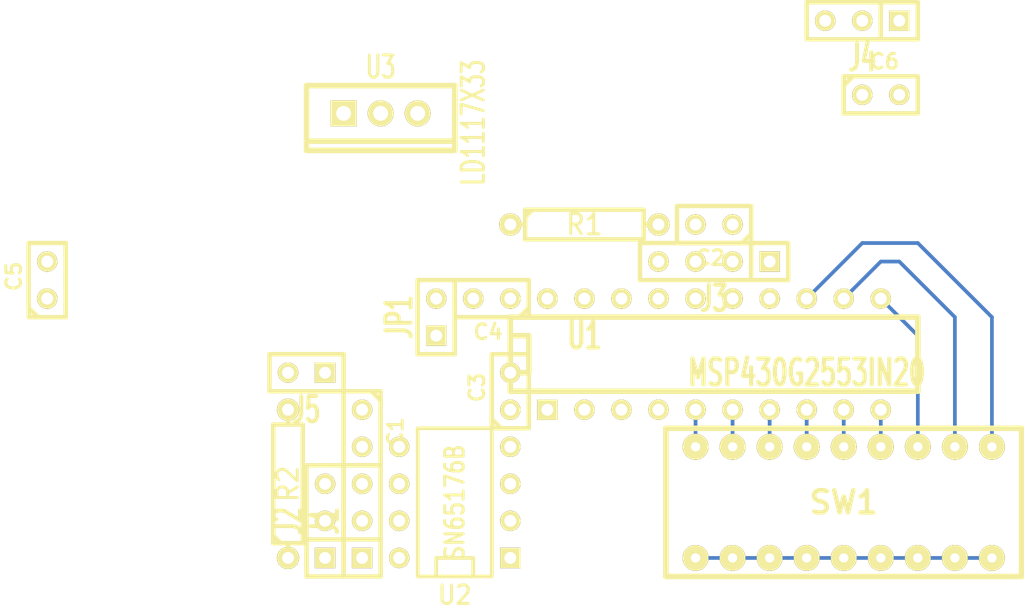
<source format=kicad_pcb>
(kicad_pcb (version 3) (host pcbnew "(2013-07-07 BZR 4022)-stable")

  (general
    (links 48)
    (no_connects 40)
    (area 0 0 0 0)
    (thickness 1.6)
    (drawings 0)
    (tracks 24)
    (zones 0)
    (modules 18)
    (nets 14)
  )

  (page A3)
  (layers
    (15 F.Cu signal)
    (0 B.Cu signal)
    (16 B.Adhes user)
    (17 F.Adhes user)
    (18 B.Paste user)
    (19 F.Paste user)
    (20 B.SilkS user)
    (21 F.SilkS user)
    (22 B.Mask user)
    (23 F.Mask user)
    (24 Dwgs.User user)
    (25 Cmts.User user)
    (26 Eco1.User user)
    (27 Eco2.User user)
    (28 Edge.Cuts user)
  )

  (setup
    (last_trace_width 0.254)
    (trace_clearance 0.254)
    (zone_clearance 0.508)
    (zone_45_only no)
    (trace_min 0.254)
    (segment_width 0.2)
    (edge_width 0.1)
    (via_size 0.889)
    (via_drill 0.635)
    (via_min_size 0.889)
    (via_min_drill 0.508)
    (uvia_size 0.508)
    (uvia_drill 0.127)
    (uvias_allowed no)
    (uvia_min_size 0.508)
    (uvia_min_drill 0.127)
    (pcb_text_width 0.3)
    (pcb_text_size 1.5 1.5)
    (mod_edge_width 0.15)
    (mod_text_size 1 1)
    (mod_text_width 0.15)
    (pad_size 1.5 1.5)
    (pad_drill 0.6)
    (pad_to_mask_clearance 0)
    (aux_axis_origin 0 0)
    (visible_elements 7FFFFFFF)
    (pcbplotparams
      (layerselection 3178497)
      (usegerberextensions true)
      (excludeedgelayer true)
      (linewidth 0.150000)
      (plotframeref false)
      (viasonmask false)
      (mode 1)
      (useauxorigin false)
      (hpglpennumber 1)
      (hpglpenspeed 20)
      (hpglpendiameter 15)
      (hpglpenoverlay 2)
      (psnegative false)
      (psa4output false)
      (plotreference true)
      (plotvalue true)
      (plotothertext true)
      (plotinvisibletext false)
      (padsonsilk false)
      (subtractmaskfromsilk false)
      (outputformat 1)
      (mirror false)
      (drillshape 1)
      (scaleselection 1)
      (outputdirectory ""))
  )

  (net 0 "")
  (net 1 +5V)
  (net 2 GND)
  (net 3 N-0000013)
  (net 4 N-0000015)
  (net 5 N-0000017)
  (net 6 N-000002)
  (net 7 N-0000027)
  (net 8 N-0000028)
  (net 9 N-0000029)
  (net 10 N-0000030)
  (net 11 N-0000032)
  (net 12 N-0000033)
  (net 13 N-0000034)

  (net_class Default "This is the default net class."
    (clearance 0.254)
    (trace_width 0.254)
    (via_dia 0.889)
    (via_drill 0.635)
    (uvia_dia 0.508)
    (uvia_drill 0.127)
    (add_net "")
    (add_net +5V)
    (add_net GND)
    (add_net N-0000013)
    (add_net N-0000015)
    (add_net N-0000017)
    (add_net N-000002)
    (add_net N-0000027)
    (add_net N-0000028)
    (add_net N-0000029)
    (add_net N-0000030)
    (add_net N-0000032)
    (add_net N-0000033)
    (add_net N-0000034)
  )

  (module TO220_VERT (layer F.Cu) (tedit 43A66C96) (tstamp 532B4E22)
    (at 184.15 83.82 270)
    (descr "Regulateur TO220 serie LM78xx")
    (tags "TR TO220")
    (path /5252077A)
    (fp_text reference U3 (at -3.175 0 360) (layer F.SilkS)
      (effects (font (size 1.524 1.016) (thickness 0.2032)))
    )
    (fp_text value LD1117X33 (at 0.635 -6.35 270) (layer F.SilkS)
      (effects (font (size 1.524 1.016) (thickness 0.2032)))
    )
    (fp_line (start 1.905 -5.08) (end 2.54 -5.08) (layer F.SilkS) (width 0.381))
    (fp_line (start 2.54 -5.08) (end 2.54 5.08) (layer F.SilkS) (width 0.381))
    (fp_line (start 2.54 5.08) (end 1.905 5.08) (layer F.SilkS) (width 0.381))
    (fp_line (start -1.905 -5.08) (end 1.905 -5.08) (layer F.SilkS) (width 0.381))
    (fp_line (start 1.905 -5.08) (end 1.905 5.08) (layer F.SilkS) (width 0.381))
    (fp_line (start 1.905 5.08) (end -1.905 5.08) (layer F.SilkS) (width 0.381))
    (fp_line (start -1.905 5.08) (end -1.905 -5.08) (layer F.SilkS) (width 0.381))
    (pad 2 thru_hole circle (at 0 -2.54 270) (size 1.778 1.778) (drill 1.016)
      (layers *.Cu *.Mask F.SilkS)
      (net 13 N-0000034)
    )
    (pad 3 thru_hole circle (at 0 0 270) (size 1.778 1.778) (drill 1.016)
      (layers *.Cu *.Mask F.SilkS)
      (net 8 N-0000028)
    )
    (pad 1 thru_hole rect (at 0 2.54 270) (size 1.778 1.778) (drill 1.016)
      (layers *.Cu *.Mask F.SilkS)
      (net 2 GND)
    )
  )

  (module SIL-4 (layer F.Cu) (tedit 200000) (tstamp 532B4E31)
    (at 207.01 93.98 180)
    (descr "Connecteur 4 pibs")
    (tags "CONN DEV")
    (path /5251B7BD)
    (fp_text reference J3 (at 0 -2.54 180) (layer F.SilkS)
      (effects (font (size 1.73482 1.08712) (thickness 0.3048)))
    )
    (fp_text value PROGRAM (at 0 -2.54 180) (layer F.SilkS) hide
      (effects (font (size 1.524 1.016) (thickness 0.3048)))
    )
    (fp_line (start -5.08 -1.27) (end -5.08 -1.27) (layer F.SilkS) (width 0.3048))
    (fp_line (start -5.08 1.27) (end -5.08 -1.27) (layer F.SilkS) (width 0.3048))
    (fp_line (start -5.08 -1.27) (end -5.08 -1.27) (layer F.SilkS) (width 0.3048))
    (fp_line (start -5.08 -1.27) (end 5.08 -1.27) (layer F.SilkS) (width 0.3048))
    (fp_line (start 5.08 -1.27) (end 5.08 1.27) (layer F.SilkS) (width 0.3048))
    (fp_line (start 5.08 1.27) (end -5.08 1.27) (layer F.SilkS) (width 0.3048))
    (fp_line (start -2.54 1.27) (end -2.54 -1.27) (layer F.SilkS) (width 0.3048))
    (pad 1 thru_hole rect (at -3.81 0 180) (size 1.397 1.397) (drill 0.8128)
      (layers *.Cu *.Mask F.SilkS)
      (net 13 N-0000034)
    )
    (pad 2 thru_hole circle (at -1.27 0 180) (size 1.397 1.397) (drill 0.8128)
      (layers *.Cu *.Mask F.SilkS)
      (net 2 GND)
    )
    (pad 3 thru_hole circle (at 1.27 0 180) (size 1.397 1.397) (drill 0.8128)
      (layers *.Cu *.Mask F.SilkS)
      (net 7 N-0000027)
    )
    (pad 4 thru_hole circle (at 3.81 0 180) (size 1.397 1.397) (drill 0.8128)
      (layers *.Cu *.Mask F.SilkS)
      (net 3 N-0000013)
    )
  )

  (module SIL-3 (layer F.Cu) (tedit 200000) (tstamp 532B4E3D)
    (at 217.17 77.47 180)
    (descr "Connecteur 3 pins")
    (tags "CONN DEV")
    (path /5251BCAC)
    (fp_text reference J4 (at 0 -2.54 180) (layer F.SilkS)
      (effects (font (size 1.7907 1.07696) (thickness 0.3048)))
    )
    (fp_text value SERVO (at 0 -2.54 180) (layer F.SilkS) hide
      (effects (font (size 1.524 1.016) (thickness 0.3048)))
    )
    (fp_line (start -3.81 1.27) (end -3.81 -1.27) (layer F.SilkS) (width 0.3048))
    (fp_line (start -3.81 -1.27) (end 3.81 -1.27) (layer F.SilkS) (width 0.3048))
    (fp_line (start 3.81 -1.27) (end 3.81 1.27) (layer F.SilkS) (width 0.3048))
    (fp_line (start 3.81 1.27) (end -3.81 1.27) (layer F.SilkS) (width 0.3048))
    (fp_line (start -1.27 -1.27) (end -1.27 1.27) (layer F.SilkS) (width 0.3048))
    (pad 1 thru_hole rect (at -2.54 0 180) (size 1.397 1.397) (drill 0.8128)
      (layers *.Cu *.Mask F.SilkS)
      (net 1 +5V)
    )
    (pad 2 thru_hole circle (at 0 0 180) (size 1.397 1.397) (drill 0.8128)
      (layers *.Cu *.Mask F.SilkS)
      (net 4 N-0000015)
    )
    (pad 3 thru_hole circle (at 2.54 0 180) (size 1.397 1.397) (drill 0.8128)
      (layers *.Cu *.Mask F.SilkS)
      (net 2 GND)
    )
  )

  (module SIL-3 (layer F.Cu) (tedit 200000) (tstamp 532B4E49)
    (at 182.88 111.76 90)
    (descr "Connecteur 3 pins")
    (tags "CONN DEV")
    (path /5251B764)
    (fp_text reference J1 (at 0 -2.54 90) (layer F.SilkS)
      (effects (font (size 1.7907 1.07696) (thickness 0.3048)))
    )
    (fp_text value RS485_TH (at 0 -2.54 90) (layer F.SilkS) hide
      (effects (font (size 1.524 1.016) (thickness 0.3048)))
    )
    (fp_line (start -3.81 1.27) (end -3.81 -1.27) (layer F.SilkS) (width 0.3048))
    (fp_line (start -3.81 -1.27) (end 3.81 -1.27) (layer F.SilkS) (width 0.3048))
    (fp_line (start 3.81 -1.27) (end 3.81 1.27) (layer F.SilkS) (width 0.3048))
    (fp_line (start 3.81 1.27) (end -3.81 1.27) (layer F.SilkS) (width 0.3048))
    (fp_line (start -1.27 -1.27) (end -1.27 1.27) (layer F.SilkS) (width 0.3048))
    (pad 1 thru_hole rect (at -2.54 0 90) (size 1.397 1.397) (drill 0.8128)
      (layers *.Cu *.Mask F.SilkS)
      (net 5 N-0000017)
    )
    (pad 2 thru_hole circle (at 0 0 90) (size 1.397 1.397) (drill 0.8128)
      (layers *.Cu *.Mask F.SilkS)
      (net 9 N-0000029)
    )
    (pad 3 thru_hole circle (at 2.54 0 90) (size 1.397 1.397) (drill 0.8128)
      (layers *.Cu *.Mask F.SilkS)
      (net 10 N-0000030)
    )
  )

  (module SIL-3 (layer F.Cu) (tedit 200000) (tstamp 532B4E55)
    (at 180.34 111.76 90)
    (descr "Connecteur 3 pins")
    (tags "CONN DEV")
    (path /5251B77D)
    (fp_text reference J2 (at 0 -2.54 90) (layer F.SilkS)
      (effects (font (size 1.7907 1.07696) (thickness 0.3048)))
    )
    (fp_text value RS485_IN (at 0 -2.54 90) (layer F.SilkS) hide
      (effects (font (size 1.524 1.016) (thickness 0.3048)))
    )
    (fp_line (start -3.81 1.27) (end -3.81 -1.27) (layer F.SilkS) (width 0.3048))
    (fp_line (start -3.81 -1.27) (end 3.81 -1.27) (layer F.SilkS) (width 0.3048))
    (fp_line (start 3.81 -1.27) (end 3.81 1.27) (layer F.SilkS) (width 0.3048))
    (fp_line (start 3.81 1.27) (end -3.81 1.27) (layer F.SilkS) (width 0.3048))
    (fp_line (start -1.27 -1.27) (end -1.27 1.27) (layer F.SilkS) (width 0.3048))
    (pad 1 thru_hole rect (at -2.54 0 90) (size 1.397 1.397) (drill 0.8128)
      (layers *.Cu *.Mask F.SilkS)
      (net 5 N-0000017)
    )
    (pad 2 thru_hole circle (at 0 0 90) (size 1.397 1.397) (drill 0.8128)
      (layers *.Cu *.Mask F.SilkS)
      (net 9 N-0000029)
    )
    (pad 3 thru_hole circle (at 2.54 0 90) (size 1.397 1.397) (drill 0.8128)
      (layers *.Cu *.Mask F.SilkS)
      (net 10 N-0000030)
    )
  )

  (module SIL-2 (layer F.Cu) (tedit 200000) (tstamp 532B4E5F)
    (at 179.07 101.6 180)
    (descr "Connecteurs 2 pins")
    (tags "CONN DEV")
    (path /5251DA24)
    (fp_text reference J5 (at 0 -2.54 180) (layer F.SilkS)
      (effects (font (size 1.72974 1.08712) (thickness 0.3048)))
    )
    (fp_text value 5VDC_IN (at 0 -2.54 180) (layer F.SilkS) hide
      (effects (font (size 1.524 1.016) (thickness 0.3048)))
    )
    (fp_line (start -2.54 1.27) (end -2.54 -1.27) (layer F.SilkS) (width 0.3048))
    (fp_line (start -2.54 -1.27) (end 2.54 -1.27) (layer F.SilkS) (width 0.3048))
    (fp_line (start 2.54 -1.27) (end 2.54 1.27) (layer F.SilkS) (width 0.3048))
    (fp_line (start 2.54 1.27) (end -2.54 1.27) (layer F.SilkS) (width 0.3048))
    (pad 1 thru_hole rect (at -1.27 0 180) (size 1.397 1.397) (drill 0.8128)
      (layers *.Cu *.Mask F.SilkS)
      (net 1 +5V)
    )
    (pad 2 thru_hole circle (at 1.27 0 180) (size 1.397 1.397) (drill 0.8128)
      (layers *.Cu *.Mask F.SilkS)
      (net 2 GND)
    )
  )

  (module SIL-2 (layer F.Cu) (tedit 200000) (tstamp 532B4E69)
    (at 187.96 97.79 90)
    (descr "Connecteurs 2 pins")
    (tags "CONN DEV")
    (path /5251B5B6)
    (fp_text reference JP1 (at 0 -2.54 90) (layer F.SilkS)
      (effects (font (size 1.72974 1.08712) (thickness 0.3048)))
    )
    (fp_text value JUMPER (at 0 -2.54 90) (layer F.SilkS) hide
      (effects (font (size 1.524 1.016) (thickness 0.3048)))
    )
    (fp_line (start -2.54 1.27) (end -2.54 -1.27) (layer F.SilkS) (width 0.3048))
    (fp_line (start -2.54 -1.27) (end 2.54 -1.27) (layer F.SilkS) (width 0.3048))
    (fp_line (start 2.54 -1.27) (end 2.54 1.27) (layer F.SilkS) (width 0.3048))
    (fp_line (start 2.54 1.27) (end -2.54 1.27) (layer F.SilkS) (width 0.3048))
    (pad 1 thru_hole rect (at -1.27 0 90) (size 1.397 1.397) (drill 0.8128)
      (layers *.Cu *.Mask F.SilkS)
      (net 1 +5V)
    )
    (pad 2 thru_hole circle (at 1.27 0 90) (size 1.397 1.397) (drill 0.8128)
      (layers *.Cu *.Mask F.SilkS)
      (net 8 N-0000028)
    )
  )

  (module R4 (layer F.Cu) (tedit 200000) (tstamp 532B4E77)
    (at 198.12 91.44)
    (descr "Resitance 4 pas")
    (tags R)
    (path /5250EBB5)
    (autoplace_cost180 10)
    (fp_text reference R1 (at 0 0) (layer F.SilkS)
      (effects (font (size 1.397 1.27) (thickness 0.2032)))
    )
    (fp_text value 47K (at 0 0) (layer F.SilkS) hide
      (effects (font (size 1.397 1.27) (thickness 0.2032)))
    )
    (fp_line (start -5.08 0) (end -4.064 0) (layer F.SilkS) (width 0.3048))
    (fp_line (start -4.064 0) (end -4.064 -1.016) (layer F.SilkS) (width 0.3048))
    (fp_line (start -4.064 -1.016) (end 4.064 -1.016) (layer F.SilkS) (width 0.3048))
    (fp_line (start 4.064 -1.016) (end 4.064 1.016) (layer F.SilkS) (width 0.3048))
    (fp_line (start 4.064 1.016) (end -4.064 1.016) (layer F.SilkS) (width 0.3048))
    (fp_line (start -4.064 1.016) (end -4.064 0) (layer F.SilkS) (width 0.3048))
    (fp_line (start -4.064 -0.508) (end -3.556 -1.016) (layer F.SilkS) (width 0.3048))
    (fp_line (start 5.08 0) (end 4.064 0) (layer F.SilkS) (width 0.3048))
    (pad 1 thru_hole circle (at -5.08 0) (size 1.524 1.524) (drill 0.8128)
      (layers *.Cu *.Mask F.SilkS)
      (net 13 N-0000034)
    )
    (pad 2 thru_hole circle (at 5.08 0) (size 1.524 1.524) (drill 0.8128)
      (layers *.Cu *.Mask F.SilkS)
      (net 7 N-0000027)
    )
    (model discret/resistor.wrl
      (at (xyz 0 0 0))
      (scale (xyz 0.4 0.4 0.4))
      (rotate (xyz 0 0 0))
    )
  )

  (module DIPS-DS09 (layer F.Cu) (tedit 481874D0) (tstamp 532B4E91)
    (at 215.9 110.49)
    (tags "dip switch")
    (path /532A2F17)
    (fp_text reference SW1 (at 0 0) (layer F.SilkS)
      (effects (font (size 1.524 1.524) (thickness 0.3048)))
    )
    (fp_text value DIPS_09 (at 0 0) (layer F.SilkS) hide
      (effects (font (size 1.524 1.524) (thickness 0.3048)))
    )
    (fp_line (start 12.192 -5.08) (end -12.192 -5.08) (layer F.SilkS) (width 0.381))
    (fp_line (start 12.192 5.08) (end -12.192 5.08) (layer F.SilkS) (width 0.381))
    (fp_line (start -12.192 -5.08) (end -12.192 5.08) (layer F.SilkS) (width 0.381))
    (fp_line (start 12.192 -5.08) (end 12.192 5.08) (layer F.SilkS) (width 0.381))
    (pad 1 thru_hole circle (at -10.16 3.81) (size 1.778 1.778) (drill 0.635)
      (layers *.Cu *.Mask F.SilkS)
      (net 2 GND)
    )
    (pad 2 thru_hole circle (at -7.62 3.81) (size 1.778 1.778) (drill 0.635)
      (layers *.Cu *.Mask F.SilkS)
      (net 2 GND)
    )
    (pad 3 thru_hole circle (at -5.08 3.81) (size 1.778 1.778) (drill 0.635)
      (layers *.Cu *.Mask F.SilkS)
      (net 2 GND)
    )
    (pad 4 thru_hole circle (at -2.54 3.81) (size 1.778 1.778) (drill 0.635)
      (layers *.Cu *.Mask F.SilkS)
      (net 2 GND)
    )
    (pad 5 thru_hole circle (at 0 3.81) (size 1.778 1.778) (drill 0.635)
      (layers *.Cu *.Mask F.SilkS)
      (net 2 GND)
    )
    (pad 6 thru_hole circle (at 2.54 3.81) (size 1.778 1.778) (drill 0.635)
      (layers *.Cu *.Mask F.SilkS)
      (net 2 GND)
    )
    (pad 7 thru_hole circle (at 5.08 3.81) (size 1.778 1.778) (drill 0.635)
      (layers *.Cu *.Mask F.SilkS)
      (net 2 GND)
    )
    (pad 8 thru_hole circle (at 7.62 3.81) (size 1.778 1.778) (drill 0.635)
      (layers *.Cu *.Mask F.SilkS)
      (net 2 GND)
    )
    (pad 9 thru_hole circle (at 10.16 3.81) (size 1.778 1.778) (drill 0.635)
      (layers *.Cu *.Mask F.SilkS)
      (net 2 GND)
    )
    (pad 10 thru_hole circle (at 10.16 -3.81) (size 1.778 1.778) (drill 0.635)
      (layers *.Cu *.Mask F.SilkS)
    )
    (pad 11 thru_hole circle (at 7.62 -3.81) (size 1.778 1.778) (drill 0.635)
      (layers *.Cu *.Mask F.SilkS)
    )
    (pad 12 thru_hole circle (at 5.08 -3.81) (size 1.778 1.778) (drill 0.635)
      (layers *.Cu *.Mask F.SilkS)
    )
    (pad 13 thru_hole circle (at 2.54 -3.81) (size 1.778 1.778) (drill 0.635)
      (layers *.Cu *.Mask F.SilkS)
    )
    (pad 14 thru_hole circle (at 0 -3.81) (size 1.778 1.778) (drill 0.635)
      (layers *.Cu *.Mask F.SilkS)
    )
    (pad 15 thru_hole circle (at -2.54 -3.81) (size 1.778 1.778) (drill 0.635)
      (layers *.Cu *.Mask F.SilkS)
    )
    (pad 16 thru_hole circle (at -5.08 -3.81) (size 1.778 1.778) (drill 0.635)
      (layers *.Cu *.Mask F.SilkS)
    )
    (pad 17 thru_hole circle (at -7.62 -3.81) (size 1.778 1.778) (drill 0.635)
      (layers *.Cu *.Mask F.SilkS)
    )
    (pad 18 thru_hole circle (at -10.16 -3.81) (size 1.778 1.778) (drill 0.635)
      (layers *.Cu *.Mask F.SilkS)
    )
    (model dips/dips-ds09.wrl
      (at (xyz 0 0 0))
      (scale (xyz 1 1 1))
      (rotate (xyz 0 0 0))
    )
  )

  (module DIP-8__300 (layer F.Cu) (tedit 43A7F843) (tstamp 532B4EA4)
    (at 189.23 110.49 90)
    (descr "8 pins DIL package, round pads")
    (tags DIL)
    (path /5251EABC)
    (fp_text reference U2 (at -6.35 0 180) (layer F.SilkS)
      (effects (font (size 1.27 1.143) (thickness 0.2032)))
    )
    (fp_text value SN65176B (at 0 0 90) (layer F.SilkS)
      (effects (font (size 1.27 1.016) (thickness 0.2032)))
    )
    (fp_line (start -5.08 -1.27) (end -3.81 -1.27) (layer F.SilkS) (width 0.254))
    (fp_line (start -3.81 -1.27) (end -3.81 1.27) (layer F.SilkS) (width 0.254))
    (fp_line (start -3.81 1.27) (end -5.08 1.27) (layer F.SilkS) (width 0.254))
    (fp_line (start -5.08 -2.54) (end 5.08 -2.54) (layer F.SilkS) (width 0.254))
    (fp_line (start 5.08 -2.54) (end 5.08 2.54) (layer F.SilkS) (width 0.254))
    (fp_line (start 5.08 2.54) (end -5.08 2.54) (layer F.SilkS) (width 0.254))
    (fp_line (start -5.08 2.54) (end -5.08 -2.54) (layer F.SilkS) (width 0.254))
    (pad 1 thru_hole rect (at -3.81 3.81 90) (size 1.397 1.397) (drill 0.8128)
      (layers *.Cu *.Mask F.SilkS)
      (net 6 N-000002)
    )
    (pad 2 thru_hole circle (at -1.27 3.81 90) (size 1.397 1.397) (drill 0.8128)
      (layers *.Cu *.Mask F.SilkS)
      (net 11 N-0000032)
    )
    (pad 3 thru_hole circle (at 1.27 3.81 90) (size 1.397 1.397) (drill 0.8128)
      (layers *.Cu *.Mask F.SilkS)
      (net 11 N-0000032)
    )
    (pad 4 thru_hole circle (at 3.81 3.81 90) (size 1.397 1.397) (drill 0.8128)
      (layers *.Cu *.Mask F.SilkS)
      (net 12 N-0000033)
    )
    (pad 5 thru_hole circle (at 3.81 -3.81 90) (size 1.397 1.397) (drill 0.8128)
      (layers *.Cu *.Mask F.SilkS)
      (net 1 +5V)
    )
    (pad 6 thru_hole circle (at 1.27 -3.81 90) (size 1.397 1.397) (drill 0.8128)
      (layers *.Cu *.Mask F.SilkS)
      (net 10 N-0000030)
    )
    (pad 7 thru_hole circle (at -1.27 -3.81 90) (size 1.397 1.397) (drill 0.8128)
      (layers *.Cu *.Mask F.SilkS)
      (net 9 N-0000029)
    )
    (pad 8 thru_hole circle (at -3.81 -3.81 90) (size 1.397 1.397) (drill 0.8128)
      (layers *.Cu *.Mask F.SilkS)
      (net 2 GND)
    )
    (model dil/dil_8.wrl
      (at (xyz 0 0 0))
      (scale (xyz 1 1 1))
      (rotate (xyz 0 0 0))
    )
  )

  (module DIP-20__300 (layer F.Cu) (tedit 200000) (tstamp 532B4EC3)
    (at 207.01 100.33)
    (descr "20 pins DIL package, round pads")
    (tags DIL)
    (path /5250E375)
    (fp_text reference U1 (at -8.89 -1.27) (layer F.SilkS)
      (effects (font (size 1.778 1.143) (thickness 0.3048)))
    )
    (fp_text value MSP430G2553IN20 (at 6.35 1.27) (layer F.SilkS)
      (effects (font (size 1.778 1.143) (thickness 0.3048)))
    )
    (fp_line (start -13.97 -1.27) (end -12.7 -1.27) (layer F.SilkS) (width 0.381))
    (fp_line (start -12.7 -1.27) (end -12.7 1.27) (layer F.SilkS) (width 0.381))
    (fp_line (start -12.7 1.27) (end -13.97 1.27) (layer F.SilkS) (width 0.381))
    (fp_line (start -13.97 -2.54) (end 13.97 -2.54) (layer F.SilkS) (width 0.381))
    (fp_line (start 13.97 -2.54) (end 13.97 2.54) (layer F.SilkS) (width 0.381))
    (fp_line (start 13.97 2.54) (end -13.97 2.54) (layer F.SilkS) (width 0.381))
    (fp_line (start -13.97 2.54) (end -13.97 -2.54) (layer F.SilkS) (width 0.381))
    (pad 1 thru_hole rect (at -11.43 3.81) (size 1.397 1.397) (drill 0.8128)
      (layers *.Cu *.Mask F.SilkS)
      (net 13 N-0000034)
    )
    (pad 2 thru_hole circle (at -8.89 3.81) (size 1.397 1.397) (drill 0.8128)
      (layers *.Cu *.Mask F.SilkS)
      (net 11 N-0000032)
    )
    (pad 3 thru_hole circle (at -6.35 3.81) (size 1.397 1.397) (drill 0.8128)
      (layers *.Cu *.Mask F.SilkS)
      (net 6 N-000002)
    )
    (pad 4 thru_hole circle (at -3.81 3.81) (size 1.397 1.397) (drill 0.8128)
      (layers *.Cu *.Mask F.SilkS)
      (net 12 N-0000033)
    )
    (pad 5 thru_hole circle (at -1.27 3.81) (size 1.397 1.397) (drill 0.8128)
      (layers *.Cu *.Mask F.SilkS)
    )
    (pad 6 thru_hole circle (at 1.27 3.81) (size 1.397 1.397) (drill 0.8128)
      (layers *.Cu *.Mask F.SilkS)
    )
    (pad 7 thru_hole circle (at 3.81 3.81) (size 1.397 1.397) (drill 0.8128)
      (layers *.Cu *.Mask F.SilkS)
    )
    (pad 8 thru_hole circle (at 6.35 3.81) (size 1.397 1.397) (drill 0.8128)
      (layers *.Cu *.Mask F.SilkS)
    )
    (pad 9 thru_hole circle (at 8.89 3.81) (size 1.397 1.397) (drill 0.8128)
      (layers *.Cu *.Mask F.SilkS)
    )
    (pad 10 thru_hole circle (at 11.43 3.81) (size 1.397 1.397) (drill 0.8128)
      (layers *.Cu *.Mask F.SilkS)
    )
    (pad 11 thru_hole circle (at 11.43 -3.81) (size 1.397 1.397) (drill 0.8128)
      (layers *.Cu *.Mask F.SilkS)
    )
    (pad 12 thru_hole circle (at 8.89 -3.81) (size 1.397 1.397) (drill 0.8128)
      (layers *.Cu *.Mask F.SilkS)
    )
    (pad 13 thru_hole circle (at 6.35 -3.81) (size 1.397 1.397) (drill 0.8128)
      (layers *.Cu *.Mask F.SilkS)
    )
    (pad 14 thru_hole circle (at 3.81 -3.81) (size 1.397 1.397) (drill 0.8128)
      (layers *.Cu *.Mask F.SilkS)
    )
    (pad 15 thru_hole circle (at 1.27 -3.81) (size 1.397 1.397) (drill 0.8128)
      (layers *.Cu *.Mask F.SilkS)
    )
    (pad 16 thru_hole circle (at -1.27 -3.81) (size 1.397 1.397) (drill 0.8128)
      (layers *.Cu *.Mask F.SilkS)
      (net 7 N-0000027)
    )
    (pad 17 thru_hole circle (at -3.81 -3.81) (size 1.397 1.397) (drill 0.8128)
      (layers *.Cu *.Mask F.SilkS)
      (net 3 N-0000013)
    )
    (pad 18 thru_hole circle (at -6.35 -3.81) (size 1.397 1.397) (drill 0.8128)
      (layers *.Cu *.Mask F.SilkS)
    )
    (pad 19 thru_hole circle (at -8.89 -3.81) (size 1.397 1.397) (drill 0.8128)
      (layers *.Cu *.Mask F.SilkS)
      (net 4 N-0000015)
    )
    (pad 20 thru_hole circle (at -11.43 -3.81) (size 1.397 1.397) (drill 0.8128)
      (layers *.Cu *.Mask F.SilkS)
      (net 2 GND)
    )
    (model dil/dil_20.wrl
      (at (xyz 0 0 0))
      (scale (xyz 1 1 1))
      (rotate (xyz 0 0 0))
    )
  )

  (module C1 (layer F.Cu) (tedit 3F92C496) (tstamp 532B4ECE)
    (at 161.29 95.25 90)
    (descr "Condensateur e = 1 pas")
    (tags C)
    (path /5251B617)
    (fp_text reference C5 (at 0.254 -2.286 90) (layer F.SilkS)
      (effects (font (size 1.016 1.016) (thickness 0.2032)))
    )
    (fp_text value 0.1uF (at 0 -2.286 90) (layer F.SilkS) hide
      (effects (font (size 1.016 1.016) (thickness 0.2032)))
    )
    (fp_line (start -2.4892 -1.27) (end 2.54 -1.27) (layer F.SilkS) (width 0.3048))
    (fp_line (start 2.54 -1.27) (end 2.54 1.27) (layer F.SilkS) (width 0.3048))
    (fp_line (start 2.54 1.27) (end -2.54 1.27) (layer F.SilkS) (width 0.3048))
    (fp_line (start -2.54 1.27) (end -2.54 -1.27) (layer F.SilkS) (width 0.3048))
    (fp_line (start -2.54 -0.635) (end -1.905 -1.27) (layer F.SilkS) (width 0.3048))
    (pad 1 thru_hole circle (at -1.27 0 90) (size 1.397 1.397) (drill 0.8128)
      (layers *.Cu *.Mask F.SilkS)
      (net 2 GND)
    )
    (pad 2 thru_hole circle (at 1.27 0 90) (size 1.397 1.397) (drill 0.8128)
      (layers *.Cu *.Mask F.SilkS)
      (net 8 N-0000028)
    )
    (model discret/capa_1_pas.wrl
      (at (xyz 0 0 0))
      (scale (xyz 1 1 1))
      (rotate (xyz 0 0 0))
    )
  )

  (module C1 (layer F.Cu) (tedit 3F92C496) (tstamp 532B4ED9)
    (at 218.44 82.55)
    (descr "Condensateur e = 1 pas")
    (tags C)
    (path /5251BD30)
    (fp_text reference C6 (at 0.254 -2.286) (layer F.SilkS)
      (effects (font (size 1.016 1.016) (thickness 0.2032)))
    )
    (fp_text value 0.1uF (at 0 -2.286) (layer F.SilkS) hide
      (effects (font (size 1.016 1.016) (thickness 0.2032)))
    )
    (fp_line (start -2.4892 -1.27) (end 2.54 -1.27) (layer F.SilkS) (width 0.3048))
    (fp_line (start 2.54 -1.27) (end 2.54 1.27) (layer F.SilkS) (width 0.3048))
    (fp_line (start 2.54 1.27) (end -2.54 1.27) (layer F.SilkS) (width 0.3048))
    (fp_line (start -2.54 1.27) (end -2.54 -1.27) (layer F.SilkS) (width 0.3048))
    (fp_line (start -2.54 -0.635) (end -1.905 -1.27) (layer F.SilkS) (width 0.3048))
    (pad 1 thru_hole circle (at -1.27 0) (size 1.397 1.397) (drill 0.8128)
      (layers *.Cu *.Mask F.SilkS)
      (net 2 GND)
    )
    (pad 2 thru_hole circle (at 1.27 0) (size 1.397 1.397) (drill 0.8128)
      (layers *.Cu *.Mask F.SilkS)
      (net 1 +5V)
    )
    (model discret/capa_1_pas.wrl
      (at (xyz 0 0 0))
      (scale (xyz 1 1 1))
      (rotate (xyz 0 0 0))
    )
  )

  (module C1 (layer F.Cu) (tedit 3F92C496) (tstamp 532B4EE4)
    (at 207.01 91.44 180)
    (descr "Condensateur e = 1 pas")
    (tags C)
    (path /5250EBC8)
    (fp_text reference C2 (at 0.254 -2.286 180) (layer F.SilkS)
      (effects (font (size 1.016 1.016) (thickness 0.2032)))
    )
    (fp_text value 2.2uF (at 0 -2.286 180) (layer F.SilkS) hide
      (effects (font (size 1.016 1.016) (thickness 0.2032)))
    )
    (fp_line (start -2.4892 -1.27) (end 2.54 -1.27) (layer F.SilkS) (width 0.3048))
    (fp_line (start 2.54 -1.27) (end 2.54 1.27) (layer F.SilkS) (width 0.3048))
    (fp_line (start 2.54 1.27) (end -2.54 1.27) (layer F.SilkS) (width 0.3048))
    (fp_line (start -2.54 1.27) (end -2.54 -1.27) (layer F.SilkS) (width 0.3048))
    (fp_line (start -2.54 -0.635) (end -1.905 -1.27) (layer F.SilkS) (width 0.3048))
    (pad 1 thru_hole circle (at -1.27 0 180) (size 1.397 1.397) (drill 0.8128)
      (layers *.Cu *.Mask F.SilkS)
      (net 2 GND)
    )
    (pad 2 thru_hole circle (at 1.27 0 180) (size 1.397 1.397) (drill 0.8128)
      (layers *.Cu *.Mask F.SilkS)
      (net 7 N-0000027)
    )
    (model discret/capa_1_pas.wrl
      (at (xyz 0 0 0))
      (scale (xyz 1 1 1))
      (rotate (xyz 0 0 0))
    )
  )

  (module C1 (layer F.Cu) (tedit 3F92C496) (tstamp 532B4EEF)
    (at 182.88 105.41 270)
    (descr "Condensateur e = 1 pas")
    (tags C)
    (path /5251ECF3)
    (fp_text reference C1 (at 0.254 -2.286 270) (layer F.SilkS)
      (effects (font (size 1.016 1.016) (thickness 0.2032)))
    )
    (fp_text value 0.1uF (at 0 -2.286 270) (layer F.SilkS) hide
      (effects (font (size 1.016 1.016) (thickness 0.2032)))
    )
    (fp_line (start -2.4892 -1.27) (end 2.54 -1.27) (layer F.SilkS) (width 0.3048))
    (fp_line (start 2.54 -1.27) (end 2.54 1.27) (layer F.SilkS) (width 0.3048))
    (fp_line (start 2.54 1.27) (end -2.54 1.27) (layer F.SilkS) (width 0.3048))
    (fp_line (start -2.54 1.27) (end -2.54 -1.27) (layer F.SilkS) (width 0.3048))
    (fp_line (start -2.54 -0.635) (end -1.905 -1.27) (layer F.SilkS) (width 0.3048))
    (pad 1 thru_hole circle (at -1.27 0 270) (size 1.397 1.397) (drill 0.8128)
      (layers *.Cu *.Mask F.SilkS)
      (net 2 GND)
    )
    (pad 2 thru_hole circle (at 1.27 0 270) (size 1.397 1.397) (drill 0.8128)
      (layers *.Cu *.Mask F.SilkS)
      (net 1 +5V)
    )
    (model discret/capa_1_pas.wrl
      (at (xyz 0 0 0))
      (scale (xyz 1 1 1))
      (rotate (xyz 0 0 0))
    )
  )

  (module C1 (layer F.Cu) (tedit 3F92C496) (tstamp 532B4EFA)
    (at 191.77 96.52 180)
    (descr "Condensateur e = 1 pas")
    (tags C)
    (path /5250EA64)
    (fp_text reference C4 (at 0.254 -2.286 180) (layer F.SilkS)
      (effects (font (size 1.016 1.016) (thickness 0.2032)))
    )
    (fp_text value 10uF (at 0 -2.286 180) (layer F.SilkS) hide
      (effects (font (size 1.016 1.016) (thickness 0.2032)))
    )
    (fp_line (start -2.4892 -1.27) (end 2.54 -1.27) (layer F.SilkS) (width 0.3048))
    (fp_line (start 2.54 -1.27) (end 2.54 1.27) (layer F.SilkS) (width 0.3048))
    (fp_line (start 2.54 1.27) (end -2.54 1.27) (layer F.SilkS) (width 0.3048))
    (fp_line (start -2.54 1.27) (end -2.54 -1.27) (layer F.SilkS) (width 0.3048))
    (fp_line (start -2.54 -0.635) (end -1.905 -1.27) (layer F.SilkS) (width 0.3048))
    (pad 1 thru_hole circle (at -1.27 0 180) (size 1.397 1.397) (drill 0.8128)
      (layers *.Cu *.Mask F.SilkS)
      (net 13 N-0000034)
    )
    (pad 2 thru_hole circle (at 1.27 0 180) (size 1.397 1.397) (drill 0.8128)
      (layers *.Cu *.Mask F.SilkS)
      (net 2 GND)
    )
    (model discret/capa_1_pas.wrl
      (at (xyz 0 0 0))
      (scale (xyz 1 1 1))
      (rotate (xyz 0 0 0))
    )
  )

  (module C1 (layer F.Cu) (tedit 3F92C496) (tstamp 532B4F05)
    (at 193.04 102.87 90)
    (descr "Condensateur e = 1 pas")
    (tags C)
    (path /5250EA26)
    (fp_text reference C3 (at 0.254 -2.286 90) (layer F.SilkS)
      (effects (font (size 1.016 1.016) (thickness 0.2032)))
    )
    (fp_text value 0.1uF (at 0 -2.286 90) (layer F.SilkS) hide
      (effects (font (size 1.016 1.016) (thickness 0.2032)))
    )
    (fp_line (start -2.4892 -1.27) (end 2.54 -1.27) (layer F.SilkS) (width 0.3048))
    (fp_line (start 2.54 -1.27) (end 2.54 1.27) (layer F.SilkS) (width 0.3048))
    (fp_line (start 2.54 1.27) (end -2.54 1.27) (layer F.SilkS) (width 0.3048))
    (fp_line (start -2.54 1.27) (end -2.54 -1.27) (layer F.SilkS) (width 0.3048))
    (fp_line (start -2.54 -0.635) (end -1.905 -1.27) (layer F.SilkS) (width 0.3048))
    (pad 1 thru_hole circle (at -1.27 0 90) (size 1.397 1.397) (drill 0.8128)
      (layers *.Cu *.Mask F.SilkS)
      (net 13 N-0000034)
    )
    (pad 2 thru_hole circle (at 1.27 0 90) (size 1.397 1.397) (drill 0.8128)
      (layers *.Cu *.Mask F.SilkS)
      (net 2 GND)
    )
    (model discret/capa_1_pas.wrl
      (at (xyz 0 0 0))
      (scale (xyz 1 1 1))
      (rotate (xyz 0 0 0))
    )
  )

  (module R4 (layer F.Cu) (tedit 200000) (tstamp 54055A5E)
    (at 177.8 109.22 90)
    (descr "Resitance 4 pas")
    (tags R)
    (path /54055986)
    (autoplace_cost180 10)
    (fp_text reference R2 (at 0 0 90) (layer F.SilkS)
      (effects (font (size 1.397 1.27) (thickness 0.2032)))
    )
    (fp_text value 100 (at 0 0 90) (layer F.SilkS) hide
      (effects (font (size 1.397 1.27) (thickness 0.2032)))
    )
    (fp_line (start -5.08 0) (end -4.064 0) (layer F.SilkS) (width 0.3048))
    (fp_line (start -4.064 0) (end -4.064 -1.016) (layer F.SilkS) (width 0.3048))
    (fp_line (start -4.064 -1.016) (end 4.064 -1.016) (layer F.SilkS) (width 0.3048))
    (fp_line (start 4.064 -1.016) (end 4.064 1.016) (layer F.SilkS) (width 0.3048))
    (fp_line (start 4.064 1.016) (end -4.064 1.016) (layer F.SilkS) (width 0.3048))
    (fp_line (start -4.064 1.016) (end -4.064 0) (layer F.SilkS) (width 0.3048))
    (fp_line (start -4.064 -0.508) (end -3.556 -1.016) (layer F.SilkS) (width 0.3048))
    (fp_line (start 5.08 0) (end 4.064 0) (layer F.SilkS) (width 0.3048))
    (pad 1 thru_hole circle (at -5.08 0 90) (size 1.524 1.524) (drill 0.8128)
      (layers *.Cu *.Mask F.SilkS)
      (net 5 N-0000017)
    )
    (pad 2 thru_hole circle (at 5.08 0 90) (size 1.524 1.524) (drill 0.8128)
      (layers *.Cu *.Mask F.SilkS)
      (net 2 GND)
    )
    (model discret/resistor.wrl
      (at (xyz 0 0 0))
      (scale (xyz 0.4 0.4 0.4))
      (rotate (xyz 0 0 0))
    )
  )

  (segment (start 226.06 106.68) (end 226.06 97.79) (width 0.254) (layer B.Cu) (net 0))
  (segment (start 226.06 97.79) (end 220.98 92.71) (width 0.254) (layer B.Cu) (net 0) (tstamp 5404DE14))
  (segment (start 205.74 106.68) (end 205.74 104.14) (width 0.254) (layer B.Cu) (net 0))
  (segment (start 220.98 92.71) (end 217.17 92.71) (width 0.254) (layer B.Cu) (net 0) (tstamp 5404DE1A))
  (segment (start 223.52 106.68) (end 223.52 97.79) (width 0.254) (layer B.Cu) (net 0))
  (segment (start 223.52 97.79) (end 219.71 93.98) (width 0.254) (layer B.Cu) (net 0) (tstamp 5404DE07))
  (segment (start 208.28 106.68) (end 208.28 104.14) (width 0.254) (layer B.Cu) (net 0))
  (segment (start 219.71 93.98) (end 218.44 93.98) (width 0.254) (layer B.Cu) (net 0) (tstamp 5404DE0A))
  (segment (start 220.98 106.68) (end 220.98 99.06) (width 0.254) (layer B.Cu) (net 0))
  (segment (start 210.82 106.68) (end 210.82 104.14) (width 0.254) (layer B.Cu) (net 0))
  (segment (start 213.36 106.68) (end 213.36 104.14) (width 0.254) (layer B.Cu) (net 0))
  (segment (start 215.9 106.68) (end 215.9 104.14) (width 0.254) (layer B.Cu) (net 0))
  (segment (start 218.44 106.68) (end 218.44 104.14) (width 0.254) (layer B.Cu) (net 0))
  (segment (start 220.98 99.06) (end 218.44 96.52) (width 0.254) (layer B.Cu) (net 0) (tstamp 5404DDCC))
  (segment (start 218.44 93.98) (end 215.9 96.52) (width 0.254) (layer B.Cu) (net 0) (tstamp 5404DE0E))
  (segment (start 217.17 92.71) (end 213.36 96.52) (width 0.254) (layer B.Cu) (net 0) (tstamp 5404DE1C))
  (segment (start 205.74 114.3) (end 208.28 114.3) (width 0.254) (layer B.Cu) (net 2))
  (segment (start 208.28 114.3) (end 210.82 114.3) (width 0.254) (layer B.Cu) (net 2) (tstamp 5404DD8C))
  (segment (start 210.82 114.3) (end 213.36 114.3) (width 0.254) (layer B.Cu) (net 2) (tstamp 5404DD8D))
  (segment (start 213.36 114.3) (end 215.9 114.3) (width 0.254) (layer B.Cu) (net 2) (tstamp 5404DD8F))
  (segment (start 215.9 114.3) (end 218.44 114.3) (width 0.254) (layer B.Cu) (net 2) (tstamp 5404DD90))
  (segment (start 218.44 114.3) (end 220.98 114.3) (width 0.254) (layer B.Cu) (net 2) (tstamp 5404DD91))
  (segment (start 220.98 114.3) (end 223.52 114.3) (width 0.254) (layer B.Cu) (net 2) (tstamp 5404DD92))
  (segment (start 223.52 114.3) (end 226.06 114.3) (width 0.254) (layer B.Cu) (net 2) (tstamp 5404DD93))

)

</source>
